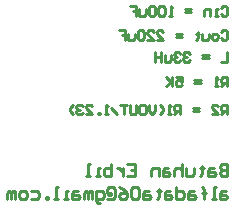
<source format=gbo>
G04*
G04 #@! TF.GenerationSoftware,Altium Limited,Altium Designer,21.3.2 (30)*
G04*
G04 Layer_Color=32896*
%FSLAX25Y25*%
%MOIN*%
G70*
G04*
G04 #@! TF.SameCoordinates,0F953CDF-2D95-4BA3-9E95-2DF240EAF7FD*
G04*
G04*
G04 #@! TF.FilePolarity,Positive*
G04*
G01*
G75*
%ADD12C,0.01000*%
D12*
X531844Y242736D02*
X530532D01*
X529876Y242080D01*
Y240112D01*
X531844D01*
X532500Y240768D01*
X531844Y241424D01*
X529876D01*
X528564Y240112D02*
X527252D01*
X527908D01*
Y244048D01*
X528564D01*
X524628Y240112D02*
Y243392D01*
Y242080D01*
X525284D01*
X523973D01*
X524628D01*
Y243392D01*
X523973Y244048D01*
X521349Y242736D02*
X520037D01*
X519381Y242080D01*
Y240112D01*
X521349D01*
X522005Y240768D01*
X521349Y241424D01*
X519381D01*
X515445Y244048D02*
Y240112D01*
X517413D01*
X518069Y240768D01*
Y242080D01*
X517413Y242736D01*
X515445D01*
X513477D02*
X512165D01*
X511509Y242080D01*
Y240112D01*
X513477D01*
X514133Y240768D01*
X513477Y241424D01*
X511509D01*
X509542Y243392D02*
Y242736D01*
X510197D01*
X508886D01*
X509542D01*
Y240768D01*
X508886Y240112D01*
X506262Y242736D02*
X504950D01*
X504294Y242080D01*
Y240112D01*
X506262D01*
X506918Y240768D01*
X506262Y241424D01*
X504294D01*
X502982Y243392D02*
X502326Y244048D01*
X501014D01*
X500358Y243392D01*
Y240768D01*
X501014Y240112D01*
X502326D01*
X502982Y240768D01*
Y243392D01*
X496422Y244048D02*
X497734Y243392D01*
X499046Y242080D01*
Y240768D01*
X498390Y240112D01*
X497078D01*
X496422Y240768D01*
Y241424D01*
X497078Y242080D01*
X499046D01*
X493143Y241424D02*
Y242080D01*
X493799D01*
Y241424D01*
X493143D01*
X492487Y242080D01*
Y243392D01*
X493143Y244048D01*
X494454D01*
X495111Y243392D01*
Y240768D01*
X494454Y240112D01*
X492487D01*
X489863Y238800D02*
X489207D01*
X488551Y239456D01*
Y242736D01*
X490519D01*
X491175Y242080D01*
Y240768D01*
X490519Y240112D01*
X488551D01*
X487239D02*
Y242736D01*
X486583D01*
X485927Y242080D01*
Y240112D01*
Y242080D01*
X485271Y242736D01*
X484615Y242080D01*
Y240112D01*
X482647Y242736D02*
X481335D01*
X480679Y242080D01*
Y240112D01*
X482647D01*
X483303Y240768D01*
X482647Y241424D01*
X480679D01*
X479367Y240112D02*
X478056D01*
X478712D01*
Y242736D01*
X479367D01*
X476088Y240112D02*
X474776D01*
X475432D01*
Y244048D01*
X476088D01*
X472808Y240112D02*
Y240768D01*
X472152D01*
Y240112D01*
X472808D01*
X466904Y242736D02*
X468872D01*
X469528Y242080D01*
Y240768D01*
X468872Y240112D01*
X466904D01*
X464936D02*
X463625D01*
X462969Y240768D01*
Y242080D01*
X463625Y242736D01*
X464936D01*
X465592Y242080D01*
Y240768D01*
X464936Y240112D01*
X461657D02*
Y242736D01*
X461001D01*
X460345Y242080D01*
Y240112D01*
Y242080D01*
X459689Y242736D01*
X459033Y242080D01*
Y240112D01*
X532500Y268200D02*
Y271349D01*
X530926D01*
X530401Y270824D01*
Y269774D01*
X530926Y269250D01*
X532500D01*
X531451D02*
X530401Y268200D01*
X527252D02*
X529351D01*
X527252Y270299D01*
Y270824D01*
X527777Y271349D01*
X528827D01*
X529351Y270824D01*
X523054Y269250D02*
X520955D01*
X523054Y270299D02*
X520955D01*
X516757Y268200D02*
Y271349D01*
X515183D01*
X514658Y270824D01*
Y269774D01*
X515183Y269250D01*
X516757D01*
X515707D02*
X514658Y268200D01*
X513609D02*
X512559D01*
X513084D01*
Y271349D01*
X513609Y270824D01*
X509935Y268200D02*
X510985Y269250D01*
Y270299D01*
X509935Y271349D01*
X508361D02*
Y269250D01*
X507311Y268200D01*
X506262Y269250D01*
Y271349D01*
X503638D02*
X504687D01*
X505212Y270824D01*
Y268725D01*
X504687Y268200D01*
X503638D01*
X503113Y268725D01*
Y270824D01*
X503638Y271349D01*
X502064D02*
Y268725D01*
X501539Y268200D01*
X500489D01*
X499965Y268725D01*
Y271349D01*
X498915D02*
X496816D01*
X497865D01*
Y268200D01*
X495766D02*
X493667Y270299D01*
X492618Y268200D02*
X491568D01*
X492093D01*
Y271349D01*
X492618Y270824D01*
X489994Y268200D02*
Y268725D01*
X489469D01*
Y268200D01*
X489994D01*
X485271D02*
X487370D01*
X485271Y270299D01*
Y270824D01*
X485796Y271349D01*
X486845D01*
X487370Y270824D01*
X484222D02*
X483697Y271349D01*
X482647D01*
X482123Y270824D01*
Y270299D01*
X482647Y269774D01*
X483172D01*
X482647D01*
X482123Y269250D01*
Y268725D01*
X482647Y268200D01*
X483697D01*
X484222Y268725D01*
X481073Y268200D02*
X480023Y269250D01*
Y270299D01*
X481073Y271349D01*
X532500Y251636D02*
Y247700D01*
X530532D01*
X529876Y248356D01*
Y249012D01*
X530532Y249668D01*
X532500D01*
X530532D01*
X529876Y250324D01*
Y250980D01*
X530532Y251636D01*
X532500D01*
X527908Y250324D02*
X526596D01*
X525940Y249668D01*
Y247700D01*
X527908D01*
X528564Y248356D01*
X527908Y249012D01*
X525940D01*
X523973Y250980D02*
Y250324D01*
X524628D01*
X523317D01*
X523973D01*
Y248356D01*
X523317Y247700D01*
X521349Y250324D02*
Y248356D01*
X520693Y247700D01*
X518725D01*
Y250324D01*
X517413Y251636D02*
Y247700D01*
Y249668D01*
X516757Y250324D01*
X515445D01*
X514789Y249668D01*
Y247700D01*
X512821Y250324D02*
X511509D01*
X510853Y249668D01*
Y247700D01*
X512821D01*
X513477Y248356D01*
X512821Y249012D01*
X510853D01*
X509542Y247700D02*
Y250324D01*
X507574D01*
X506918Y249668D01*
Y247700D01*
X499046Y251636D02*
X501670D01*
Y247700D01*
X499046D01*
X501670Y249668D02*
X500358D01*
X497734Y250324D02*
Y247700D01*
Y249012D01*
X497078Y249668D01*
X496422Y250324D01*
X495766D01*
X493799Y251636D02*
Y247700D01*
X491831D01*
X491175Y248356D01*
Y249012D01*
Y249668D01*
X491831Y250324D01*
X493799D01*
X489863Y247700D02*
X488551D01*
X489207D01*
Y250324D01*
X489863D01*
X486583Y247700D02*
X485271D01*
X485927D01*
Y251636D01*
X486583D01*
X530401Y295624D02*
X530926Y296149D01*
X531975D01*
X532500Y295624D01*
Y293525D01*
X531975Y293000D01*
X530926D01*
X530401Y293525D01*
X528827Y293000D02*
X527777D01*
X527252Y293525D01*
Y294574D01*
X527777Y295099D01*
X528827D01*
X529351Y294574D01*
Y293525D01*
X528827Y293000D01*
X526203Y295099D02*
Y293525D01*
X525678Y293000D01*
X524104D01*
Y295099D01*
X522530Y295624D02*
Y295099D01*
X523054D01*
X522005D01*
X522530D01*
Y293525D01*
X522005Y293000D01*
X517282Y294050D02*
X515183D01*
X517282Y295099D02*
X515183D01*
X508886Y293000D02*
X510985D01*
X508886Y295099D01*
Y295624D01*
X509410Y296149D01*
X510460D01*
X510985Y295624D01*
X505737Y293000D02*
X507836D01*
X505737Y295099D01*
Y295624D01*
X506262Y296149D01*
X507311D01*
X507836Y295624D01*
X504687D02*
X504163Y296149D01*
X503113D01*
X502588Y295624D01*
Y293525D01*
X503113Y293000D01*
X504163D01*
X504687Y293525D01*
Y295624D01*
X501539Y295099D02*
Y293525D01*
X501014Y293000D01*
X499440D01*
Y295099D01*
X496291Y296149D02*
X498390D01*
Y294574D01*
X497341D01*
X498390D01*
Y293000D01*
X530401Y303724D02*
X530926Y304249D01*
X531975D01*
X532500Y303724D01*
Y301625D01*
X531975Y301100D01*
X530926D01*
X530401Y301625D01*
X529351Y301100D02*
X528302D01*
X528827D01*
Y303199D01*
X529351D01*
X526728Y301100D02*
Y303199D01*
X525153D01*
X524628Y302674D01*
Y301100D01*
X520430Y302150D02*
X518331D01*
X520430Y303199D02*
X518331D01*
X514133Y301100D02*
X513084D01*
X513608D01*
Y304249D01*
X514133Y303724D01*
X511509D02*
X510985Y304249D01*
X509935D01*
X509410Y303724D01*
Y301625D01*
X509935Y301100D01*
X510985D01*
X511509Y301625D01*
Y303724D01*
X508361D02*
X507836Y304249D01*
X506786D01*
X506262Y303724D01*
Y301625D01*
X506786Y301100D01*
X507836D01*
X508361Y301625D01*
Y303724D01*
X505212Y303199D02*
Y301625D01*
X504687Y301100D01*
X503113D01*
Y303199D01*
X499965Y304249D02*
X502064D01*
Y302674D01*
X501014D01*
X502064D01*
Y301100D01*
X532500Y288949D02*
Y285800D01*
X530401D01*
X526203Y286849D02*
X524104D01*
X526203Y287899D02*
X524104D01*
X519906Y288424D02*
X519381Y288949D01*
X518331D01*
X517807Y288424D01*
Y287899D01*
X518331Y287374D01*
X518856D01*
X518331D01*
X517807Y286849D01*
Y286325D01*
X518331Y285800D01*
X519381D01*
X519906Y286325D01*
X516757Y288424D02*
X516232Y288949D01*
X515183D01*
X514658Y288424D01*
Y287899D01*
X515183Y287374D01*
X515707D01*
X515183D01*
X514658Y286849D01*
Y286325D01*
X515183Y285800D01*
X516232D01*
X516757Y286325D01*
X513609Y287899D02*
Y286325D01*
X513084Y285800D01*
X511509D01*
Y287899D01*
X510460Y288949D02*
Y285800D01*
Y287374D01*
X508361D01*
Y288949D01*
Y285800D01*
X532500Y277500D02*
Y280649D01*
X530926D01*
X530401Y280124D01*
Y279074D01*
X530926Y278550D01*
X532500D01*
X531451D02*
X530401Y277500D01*
X529351D02*
X528302D01*
X528827D01*
Y280649D01*
X529351Y280124D01*
X523579Y278550D02*
X521480D01*
X523579Y279599D02*
X521480D01*
X515183Y280649D02*
X517282D01*
Y279074D01*
X516232Y279599D01*
X515707D01*
X515183Y279074D01*
Y278025D01*
X515707Y277500D01*
X516757D01*
X517282Y278025D01*
X514133Y280649D02*
Y277500D01*
Y278550D01*
X512034Y280649D01*
X513608Y279074D01*
X512034Y277500D01*
M02*

</source>
